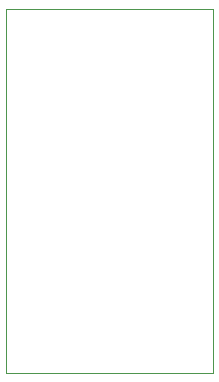
<source format=gbr>
%TF.GenerationSoftware,KiCad,Pcbnew,5.1.6-c6e7f7d~87~ubuntu20.04.1*%
%TF.CreationDate,2020-07-26T21:02:50+02:00*%
%TF.ProjectId,ender3-laser,656e6465-7233-42d6-9c61-7365722e6b69,rev?*%
%TF.SameCoordinates,Original*%
%TF.FileFunction,Profile,NP*%
%FSLAX46Y46*%
G04 Gerber Fmt 4.6, Leading zero omitted, Abs format (unit mm)*
G04 Created by KiCad (PCBNEW 5.1.6-c6e7f7d~87~ubuntu20.04.1) date 2020-07-26 21:02:50*
%MOMM*%
%LPD*%
G01*
G04 APERTURE LIST*
%TA.AperFunction,Profile*%
%ADD10C,0.050000*%
%TD*%
G04 APERTURE END LIST*
D10*
X141400000Y-101200000D02*
X141400000Y-70400000D01*
X123800000Y-101200000D02*
X141400000Y-101200000D01*
X123800000Y-70400000D02*
X123800000Y-101200000D01*
X141400000Y-70400000D02*
X123800000Y-70400000D01*
M02*

</source>
